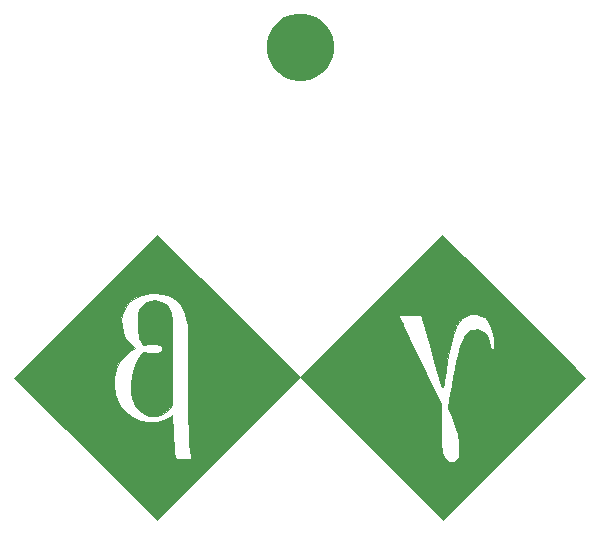
<source format=gbs>
G04 #@! TF.GenerationSoftware,KiCad,Pcbnew,(5.1.5)-3*
G04 #@! TF.CreationDate,2019-12-21T12:13:31-08:00*
G04 #@! TF.ProjectId,mole-diamond-keychain,6d6f6c65-2d64-4696-916d-6f6e642d6b65,A*
G04 #@! TF.SameCoordinates,Original*
G04 #@! TF.FileFunction,Soldermask,Bot*
G04 #@! TF.FilePolarity,Negative*
%FSLAX46Y46*%
G04 Gerber Fmt 4.6, Leading zero omitted, Abs format (unit mm)*
G04 Created by KiCad (PCBNEW (5.1.5)-3) date 2019-12-21 12:13:31*
%MOMM*%
%LPD*%
G04 APERTURE LIST*
%ADD10C,0.010000*%
%ADD11C,0.100000*%
G04 APERTURE END LIST*
D10*
G36*
X-12727485Y31874005D02*
G01*
X-13141633Y31700784D01*
X-13476249Y31379228D01*
X-13533055Y31298451D01*
X-13630614Y31139967D01*
X-13695075Y30989632D01*
X-13733246Y30807548D01*
X-13751934Y30553820D01*
X-13757948Y30188551D01*
X-13758333Y29978184D01*
X-13753932Y29529506D01*
X-13736406Y29204478D01*
X-13699270Y28957545D01*
X-13636038Y28743153D01*
X-13554642Y28547408D01*
X-13428457Y28291481D01*
X-13329043Y28164312D01*
X-13227048Y28134897D01*
X-13173642Y28144974D01*
X-12987534Y28183308D01*
X-12712334Y28226587D01*
X-12554317Y28247432D01*
X-12203183Y28248609D01*
X-11927015Y28172646D01*
X-11745248Y28040261D01*
X-11677321Y27872176D01*
X-11742670Y27689111D01*
X-11899106Y27548961D01*
X-12062122Y27471748D01*
X-12274063Y27440176D01*
X-12586228Y27448382D01*
X-12701472Y27457251D01*
X-13288731Y27506485D01*
X-13542208Y27198973D01*
X-13840218Y26734271D01*
X-14080812Y26156487D01*
X-14251887Y25515698D01*
X-14341336Y24861981D01*
X-14337053Y24245413D01*
X-14308173Y24030381D01*
X-14227657Y23676186D01*
X-14120386Y23328966D01*
X-14043569Y23138888D01*
X-13739955Y22681752D01*
X-13338986Y22351901D01*
X-12865675Y22159569D01*
X-12345036Y22114994D01*
X-11811000Y22225233D01*
X-11552313Y22360213D01*
X-11275401Y22568718D01*
X-11150861Y22688164D01*
X-10829389Y23031293D01*
X-10854527Y26903814D01*
X-10860859Y27819849D01*
X-10867356Y28582220D01*
X-10874711Y29206594D01*
X-10883616Y29708640D01*
X-10894762Y30104027D01*
X-10908841Y30408421D01*
X-10926545Y30637491D01*
X-10948566Y30806906D01*
X-10975596Y30932333D01*
X-11008326Y31029440D01*
X-11039748Y31098613D01*
X-11326489Y31501326D01*
X-11714921Y31770481D01*
X-12192899Y31897879D01*
X-12228759Y31901223D01*
X-12727485Y31874005D01*
G37*
X-12727485Y31874005D02*
X-13141633Y31700784D01*
X-13476249Y31379228D01*
X-13533055Y31298451D01*
X-13630614Y31139967D01*
X-13695075Y30989632D01*
X-13733246Y30807548D01*
X-13751934Y30553820D01*
X-13757948Y30188551D01*
X-13758333Y29978184D01*
X-13753932Y29529506D01*
X-13736406Y29204478D01*
X-13699270Y28957545D01*
X-13636038Y28743153D01*
X-13554642Y28547408D01*
X-13428457Y28291481D01*
X-13329043Y28164312D01*
X-13227048Y28134897D01*
X-13173642Y28144974D01*
X-12987534Y28183308D01*
X-12712334Y28226587D01*
X-12554317Y28247432D01*
X-12203183Y28248609D01*
X-11927015Y28172646D01*
X-11745248Y28040261D01*
X-11677321Y27872176D01*
X-11742670Y27689111D01*
X-11899106Y27548961D01*
X-12062122Y27471748D01*
X-12274063Y27440176D01*
X-12586228Y27448382D01*
X-12701472Y27457251D01*
X-13288731Y27506485D01*
X-13542208Y27198973D01*
X-13840218Y26734271D01*
X-14080812Y26156487D01*
X-14251887Y25515698D01*
X-14341336Y24861981D01*
X-14337053Y24245413D01*
X-14308173Y24030381D01*
X-14227657Y23676186D01*
X-14120386Y23328966D01*
X-14043569Y23138888D01*
X-13739955Y22681752D01*
X-13338986Y22351901D01*
X-12865675Y22159569D01*
X-12345036Y22114994D01*
X-11811000Y22225233D01*
X-11552313Y22360213D01*
X-11275401Y22568718D01*
X-11150861Y22688164D01*
X-10829389Y23031293D01*
X-10854527Y26903814D01*
X-10860859Y27819849D01*
X-10867356Y28582220D01*
X-10874711Y29206594D01*
X-10883616Y29708640D01*
X-10894762Y30104027D01*
X-10908841Y30408421D01*
X-10926545Y30637491D01*
X-10948566Y30806906D01*
X-10975596Y30932333D01*
X-11008326Y31029440D01*
X-11039748Y31098613D01*
X-11326489Y31501326D01*
X-11714921Y31770481D01*
X-12192899Y31897879D01*
X-12228759Y31901223D01*
X-12727485Y31874005D01*
G36*
X-18161074Y31411112D02*
G01*
X-24214814Y25357371D01*
X-18182019Y19325019D01*
X-12149224Y13292666D01*
X-6889289Y18552986D01*
X-9255403Y18552986D01*
X-9290502Y18496356D01*
X-9406288Y18468102D01*
X-9635138Y18458382D01*
X-9895340Y18457334D01*
X-10565240Y18457334D01*
X-10663121Y18986500D01*
X-10701182Y19261634D01*
X-10739643Y19660310D01*
X-10774854Y20136788D01*
X-10803165Y20645324D01*
X-10811877Y20851055D01*
X-10862753Y22186443D01*
X-11040543Y22054752D01*
X-11565879Y21766356D01*
X-12171136Y21604722D01*
X-12819804Y21573660D01*
X-13475375Y21676975D01*
X-13768145Y21770277D01*
X-14278323Y22038239D01*
X-14761299Y22433852D01*
X-15173318Y22916241D01*
X-15402974Y23297355D01*
X-15683181Y24019603D01*
X-15810190Y24740000D01*
X-15788345Y25439821D01*
X-15621988Y26100341D01*
X-15315466Y26702835D01*
X-14873122Y27228579D01*
X-14406364Y27592972D01*
X-14000740Y27853260D01*
X-14437813Y28304513D01*
X-14807426Y28763869D01*
X-15036300Y29250983D01*
X-15141698Y29810012D01*
X-15153473Y30135250D01*
X-15076150Y30759298D01*
X-14855892Y31303351D01*
X-14503642Y31758094D01*
X-14030341Y32114214D01*
X-13446930Y32362397D01*
X-12764352Y32493329D01*
X-12361333Y32512000D01*
X-11661849Y32448746D01*
X-11052255Y32253442D01*
X-10506847Y31917779D01*
X-10495445Y31908809D01*
X-10106389Y31520067D01*
X-9825011Y31044001D01*
X-9638987Y30455845D01*
X-9569094Y30047194D01*
X-9553773Y29845032D01*
X-9539278Y29491465D01*
X-9525892Y29004423D01*
X-9513897Y28401833D01*
X-9503574Y27701624D01*
X-9495206Y26921723D01*
X-9489074Y26080059D01*
X-9485462Y25194561D01*
X-9484641Y24680334D01*
X-9482849Y23572322D01*
X-9478759Y22618955D01*
X-9471843Y21805556D01*
X-9461577Y21117447D01*
X-9447434Y20539948D01*
X-9428890Y20058382D01*
X-9405418Y19658071D01*
X-9376492Y19324336D01*
X-9341588Y19042499D01*
X-9300179Y18797881D01*
X-9268610Y18647834D01*
X-9255403Y18552986D01*
X-6889289Y18552986D01*
X-6095926Y19346407D01*
X-42629Y25400148D01*
X-12107333Y37464852D01*
X-18161074Y31411112D01*
G37*
X-18161074Y31411112D02*
X-24214814Y25357371D01*
X-18182019Y19325019D01*
X-12149224Y13292666D01*
X-6889289Y18552986D01*
X-9255403Y18552986D01*
X-9290502Y18496356D01*
X-9406288Y18468102D01*
X-9635138Y18458382D01*
X-9895340Y18457334D01*
X-10565240Y18457334D01*
X-10663121Y18986500D01*
X-10701182Y19261634D01*
X-10739643Y19660310D01*
X-10774854Y20136788D01*
X-10803165Y20645324D01*
X-10811877Y20851055D01*
X-10862753Y22186443D01*
X-11040543Y22054752D01*
X-11565879Y21766356D01*
X-12171136Y21604722D01*
X-12819804Y21573660D01*
X-13475375Y21676975D01*
X-13768145Y21770277D01*
X-14278323Y22038239D01*
X-14761299Y22433852D01*
X-15173318Y22916241D01*
X-15402974Y23297355D01*
X-15683181Y24019603D01*
X-15810190Y24740000D01*
X-15788345Y25439821D01*
X-15621988Y26100341D01*
X-15315466Y26702835D01*
X-14873122Y27228579D01*
X-14406364Y27592972D01*
X-14000740Y27853260D01*
X-14437813Y28304513D01*
X-14807426Y28763869D01*
X-15036300Y29250983D01*
X-15141698Y29810012D01*
X-15153473Y30135250D01*
X-15076150Y30759298D01*
X-14855892Y31303351D01*
X-14503642Y31758094D01*
X-14030341Y32114214D01*
X-13446930Y32362397D01*
X-12764352Y32493329D01*
X-12361333Y32512000D01*
X-11661849Y32448746D01*
X-11052255Y32253442D01*
X-10506847Y31917779D01*
X-10495445Y31908809D01*
X-10106389Y31520067D01*
X-9825011Y31044001D01*
X-9638987Y30455845D01*
X-9569094Y30047194D01*
X-9553773Y29845032D01*
X-9539278Y29491465D01*
X-9525892Y29004423D01*
X-9513897Y28401833D01*
X-9503574Y27701624D01*
X-9495206Y26921723D01*
X-9489074Y26080059D01*
X-9485462Y25194561D01*
X-9484641Y24680334D01*
X-9482849Y23572322D01*
X-9478759Y22618955D01*
X-9471843Y21805556D01*
X-9461577Y21117447D01*
X-9447434Y20539948D01*
X-9428890Y20058382D01*
X-9405418Y19658071D01*
X-9376492Y19324336D01*
X-9341588Y19042499D01*
X-9300179Y18797881D01*
X-9268610Y18647834D01*
X-9255403Y18552986D01*
X-6889289Y18552986D01*
X-6095926Y19346407D01*
X-42629Y25400148D01*
X-12107333Y37464852D01*
X-18161074Y31411112D01*
G36*
X-42185Y25400000D02*
G01*
X12065296Y13292519D01*
X18097649Y19325314D01*
X24130001Y25358110D01*
X21351791Y28136117D01*
X16425334Y28136117D01*
X16412403Y27902511D01*
X16361301Y27794834D01*
X16265614Y27770667D01*
X16158998Y27808571D01*
X16090031Y27947082D01*
X16045883Y28170847D01*
X15910743Y28700306D01*
X15687306Y29092484D01*
X15380149Y29342876D01*
X14993851Y29446979D01*
X14755032Y29440903D01*
X14439130Y29365025D01*
X14173406Y29203199D01*
X13944557Y28937328D01*
X13739281Y28549320D01*
X13544276Y28021080D01*
X13428848Y27637005D01*
X13325736Y27236845D01*
X13203851Y26705352D01*
X13070461Y26078515D01*
X12932836Y25392318D01*
X12798244Y24682749D01*
X12673956Y23985794D01*
X12592194Y23495000D01*
X12483399Y22817667D01*
X12812083Y22055667D01*
X13111970Y21294534D01*
X13314328Y20609441D01*
X13430483Y19946720D01*
X13471760Y19252702D01*
X13469524Y18940319D01*
X13397730Y18607407D01*
X13223626Y18366754D01*
X12982857Y18233382D01*
X12711066Y18222314D01*
X12443898Y18348573D01*
X12329781Y18459963D01*
X12199521Y18629610D01*
X12098258Y18807243D01*
X12022332Y19016350D01*
X11968085Y19280420D01*
X11931859Y19622941D01*
X11909995Y20067401D01*
X11898833Y20637289D01*
X11894988Y21251334D01*
X11889370Y23156334D01*
X10463095Y26119667D01*
X10128618Y26815147D01*
X9802260Y27494766D01*
X9494876Y28135845D01*
X9217321Y28715707D01*
X8980448Y29211675D01*
X8795114Y29601069D01*
X8672172Y29861213D01*
X8669850Y29866167D01*
X8302880Y30649334D01*
X10206209Y30649334D01*
X11041812Y27749500D01*
X11238930Y27067876D01*
X11424873Y26429536D01*
X11593607Y25854841D01*
X11739101Y25364151D01*
X11855322Y24977828D01*
X11936236Y24716231D01*
X11973215Y24605953D01*
X12008950Y24537151D01*
X12042956Y24536182D01*
X12079640Y24620676D01*
X12123404Y24808258D01*
X12178655Y25116556D01*
X12249796Y25563198D01*
X12308278Y25946863D01*
X12448966Y26813207D01*
X12598650Y27615699D01*
X12752496Y28333415D01*
X12905671Y28945433D01*
X13053339Y29430831D01*
X13190668Y29768687D01*
X13191811Y29770934D01*
X13406984Y30096266D01*
X13687235Y30389571D01*
X13984783Y30607126D01*
X14204387Y30697515D01*
X14409945Y30745131D01*
X14531076Y30776748D01*
X14718679Y30778115D01*
X14992090Y30720919D01*
X15286467Y30623922D01*
X15536971Y30505883D01*
X15593711Y30469288D01*
X15852969Y30198107D01*
X16078983Y29795932D01*
X16258510Y29299918D01*
X16378308Y28747222D01*
X16425131Y28174997D01*
X16425334Y28136117D01*
X21351791Y28136117D01*
X18076261Y31411407D01*
X12022519Y37464704D01*
X-42185Y25400000D01*
G37*
X-42185Y25400000D02*
X12065296Y13292519D01*
X18097649Y19325314D01*
X24130001Y25358110D01*
X21351791Y28136117D01*
X16425334Y28136117D01*
X16412403Y27902511D01*
X16361301Y27794834D01*
X16265614Y27770667D01*
X16158998Y27808571D01*
X16090031Y27947082D01*
X16045883Y28170847D01*
X15910743Y28700306D01*
X15687306Y29092484D01*
X15380149Y29342876D01*
X14993851Y29446979D01*
X14755032Y29440903D01*
X14439130Y29365025D01*
X14173406Y29203199D01*
X13944557Y28937328D01*
X13739281Y28549320D01*
X13544276Y28021080D01*
X13428848Y27637005D01*
X13325736Y27236845D01*
X13203851Y26705352D01*
X13070461Y26078515D01*
X12932836Y25392318D01*
X12798244Y24682749D01*
X12673956Y23985794D01*
X12592194Y23495000D01*
X12483399Y22817667D01*
X12812083Y22055667D01*
X13111970Y21294534D01*
X13314328Y20609441D01*
X13430483Y19946720D01*
X13471760Y19252702D01*
X13469524Y18940319D01*
X13397730Y18607407D01*
X13223626Y18366754D01*
X12982857Y18233382D01*
X12711066Y18222314D01*
X12443898Y18348573D01*
X12329781Y18459963D01*
X12199521Y18629610D01*
X12098258Y18807243D01*
X12022332Y19016350D01*
X11968085Y19280420D01*
X11931859Y19622941D01*
X11909995Y20067401D01*
X11898833Y20637289D01*
X11894988Y21251334D01*
X11889370Y23156334D01*
X10463095Y26119667D01*
X10128618Y26815147D01*
X9802260Y27494766D01*
X9494876Y28135845D01*
X9217321Y28715707D01*
X8980448Y29211675D01*
X8795114Y29601069D01*
X8672172Y29861213D01*
X8669850Y29866167D01*
X8302880Y30649334D01*
X10206209Y30649334D01*
X11041812Y27749500D01*
X11238930Y27067876D01*
X11424873Y26429536D01*
X11593607Y25854841D01*
X11739101Y25364151D01*
X11855322Y24977828D01*
X11936236Y24716231D01*
X11973215Y24605953D01*
X12008950Y24537151D01*
X12042956Y24536182D01*
X12079640Y24620676D01*
X12123404Y24808258D01*
X12178655Y25116556D01*
X12249796Y25563198D01*
X12308278Y25946863D01*
X12448966Y26813207D01*
X12598650Y27615699D01*
X12752496Y28333415D01*
X12905671Y28945433D01*
X13053339Y29430831D01*
X13190668Y29768687D01*
X13191811Y29770934D01*
X13406984Y30096266D01*
X13687235Y30389571D01*
X13984783Y30607126D01*
X14204387Y30697515D01*
X14409945Y30745131D01*
X14531076Y30776748D01*
X14718679Y30778115D01*
X14992090Y30720919D01*
X15286467Y30623922D01*
X15536971Y30505883D01*
X15593711Y30469288D01*
X15852969Y30198107D01*
X16078983Y29795932D01*
X16258510Y29299918D01*
X16378308Y28747222D01*
X16425131Y28174997D01*
X16425334Y28136117D01*
X21351791Y28136117D01*
X18076261Y31411407D01*
X12022519Y37464704D01*
X-42185Y25400000D01*
D11*
G36*
X831606Y56081438D02*
G01*
X1350455Y55866524D01*
X1817407Y55554516D01*
X2214516Y55157407D01*
X2526524Y54690455D01*
X2741438Y54171606D01*
X2851000Y53620799D01*
X2851000Y53059201D01*
X2741438Y52508394D01*
X2526524Y51989545D01*
X2214516Y51522593D01*
X1817407Y51125484D01*
X1350455Y50813476D01*
X831606Y50598562D01*
X556202Y50543781D01*
X280800Y50489000D01*
X-280800Y50489000D01*
X-556202Y50543781D01*
X-831606Y50598562D01*
X-1350455Y50813476D01*
X-1817407Y51125484D01*
X-2214516Y51522593D01*
X-2526524Y51989545D01*
X-2741438Y52508394D01*
X-2851000Y53059201D01*
X-2851000Y53620799D01*
X-2741438Y54171606D01*
X-2526524Y54690455D01*
X-2214516Y55157407D01*
X-1817407Y55554516D01*
X-1350455Y55866524D01*
X-831606Y56081438D01*
X-280800Y56191000D01*
X280800Y56191000D01*
X831606Y56081438D01*
G37*
M02*

</source>
